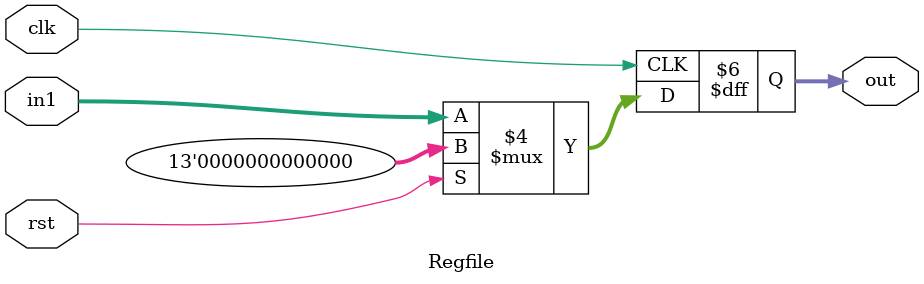
<source format=sv>
module Regfile (in1, clk, out,rst);
	parameter NUM_WIDTH_LENGTH=13;
	input wire [NUM_WIDTH_LENGTH-1:0] in1;
	input wire clk;
	input logic rst;
	output reg [NUM_WIDTH_LENGTH-1:0] out;
	always @(negedge clk) begin
	if (rst==0)
		out<=in1;
	else
		out<=0;
	end
endmodule

</source>
